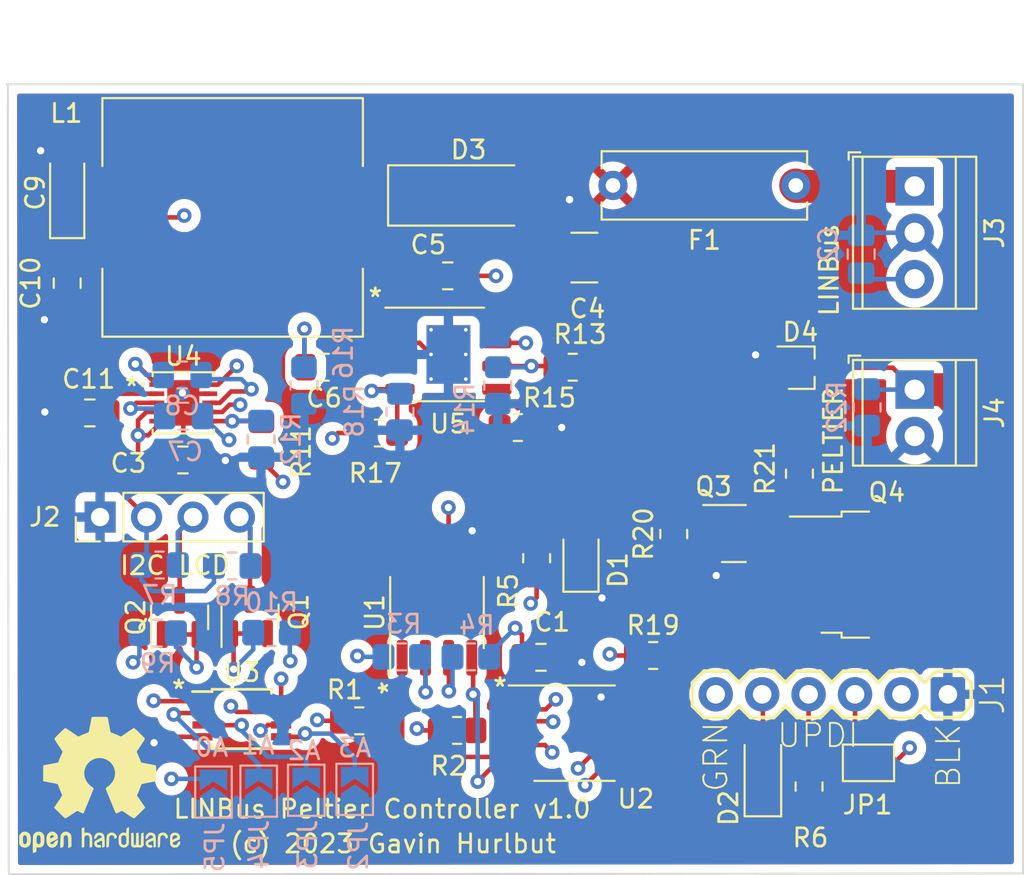
<source format=kicad_pcb>
(kicad_pcb (version 20211014) (generator pcbnew)
  (title_block (title "LINBus Peltier Controller") (date "2023-02-20") (rev "1.0") (company "Gavin Hurlbut"))
  (layers (0 "F.Cu" signal) (1 "In1.Cu" signal) (2 "In2.Cu" signal) (31 "B.Cu" signal) (34 "B.Paste" user) (35 "F.Paste" user) (36 "B.SilkS" user "B.Silkscreen") (37 "F.SilkS" user "F.Silkscreen") (38 "B.Mask" user) (39 "F.Mask" user) (44 "Edge.Cuts" user))
  (net 0 "")
  (net 1 "GND")
  (net 2 "+5V")
  (net 3 "Net-(C5-Pad1)")
  (net 4 "LIN")
  (net 5 "TXD")
  (net 6 "RXD")
  (net 7 "~{LIN_SLP}")
  (net 8 "~{LIN_WAKE}")
  (net 9 "Net-(C5-Pad2)")
  (net 10 "Net-(C6-Pad1)")
  (net 11 "Net-(C6-Pad2)")
  (net 12 "Net-(C7-Pad1)")
  (net 13 "Net-(C7-Pad2)")
  (net 14 "Net-(C8-Pad1)")
  (net 15 "Net-(C8-Pad2)")
  (net 16 "+12V")
  (net 17 "UPDI")
  (net 18 "+BATT")
  (net 20 "Net-(J1-Pad3)")
  (net 21 "SDA3V")
  (net 22 "SCL3V")
  (net 23 "+3V3")
  (net 24 "SCL5V")
  (net 25 "SDA5V")
  (net 26 "Net-(J1-Pad4)")
  (net 28 "Net-(R5-Pad1)")
  (net 29 "Net-(D1-Pad2)")
  (net 30 "Net-(D2-Pad1)")
  (net 31 "PELTIER+")
  (net 32 "Net-(R11-Pad2)")
  (net 33 "Net-(R13-Pad2)")
  (net 34 "Net-(R15-Pad1)")
  (net 35 "Net-(R17-Pad2)")
  (net 38 "~{RESET}")
  (net 39 "Net-(JP2-Pad2)")
  (net 40 "Net-(JP3-Pad2)")
  (net 41 "Net-(JP4-Pad2)")
  (net 42 "Net-(JP5-Pad2)")
  (net 44 "Net-(Q3-Pad1)")
  (net 45 "Net-(Q3-Pad3)")
  (net 46 "PELTIER_EN")
  (footprint "Resistor_SMD:R_0805_2012Metric_Pad1.20x1.40mm_HandSolder" (layer "F.Cu") (at 206 73.9 180)
    (fp_text reference "R13")
    (fp_text value "909k 1%")
  )
  (footprint "Capacitor_SMD:C_0805_2012Metric_Pad1.18x1.45mm_HandSolder" (layer "F.Cu") (at 178.35 69.3 -90)
    (fp_text reference "C10")
    (fp_text value "10uF")
  )
  (footprint "Resistor_SMD:R_0805_2012Metric_Pad1.20x1.40mm_HandSolder" (layer "F.Cu") (at 218.925 96.85 90)
    (fp_text reference "R6")
    (fp_text value "470R")
  )
  (footprint "Capacitor_THT:C_Rect_L11.0mm_W3.5mm_P10.00mm_MKT" (layer "F.Cu") (at 218.2 63.95 180)
    (fp_text reference "F1")
    (fp_text value "14A Polyfuse")
  )
  (footprint "Diode_SMD:D_SMA_Handsoldering" (layer "F.Cu") (at 200.3 64.5)
    (fp_text reference "D3")
    (fp_text value "BYS10-35")
  )
  (footprint "Resistor_SMD:R_0805_2012Metric_Pad1.20x1.40mm_HandSolder" (layer "F.Cu") (at 218.4 79.725 -90)
    (fp_text reference "R21")
    (fp_text value "10k")
  )
  (footprint "Capacitor_SMD:C_0805_2012Metric_Pad1.18x1.45mm_HandSolder" (layer "F.Cu") (at 179.5875 76.4 180)
    (fp_text reference "C11")
    (fp_text value "10uF")
  )
  (footprint "Capacitor_SMD:C_0805_2012Metric_Pad1.18x1.45mm_HandSolder" (layer "F.Cu") (at 199.1625 68.9 180)
    (fp_text reference "C5")
    (fp_text value "100nF")
  )
  (footprint "Capacitor_Tantalum_SMD:CP_EIA-3216-10_Kemet-I_Pad1.58x1.35mm_HandSolder" (layer "F.Cu") (at 178.35 64.35 90)
    (fp_text reference "C9")
    (fp_text value "100uF Ta 6V")
  )
  (footprint "Connector_PinHeader_2.54mm:PinHeader_1x04_P2.54mm_Vertical" (layer "F.Cu") (at 180.15 82.1 90)
    (fp_text reference "J2")
    (fp_text value "I2C LCD")
  )
  (footprint "Package_SO:SOIC-8_3.9x4.9mm_P1.27mm" (layer "F.Cu") (at 198.575 87.325 90)
    (fp_text reference "U1")
    (fp_text value "TJA1021T")
  )
  (footprint "Package_TO_SOT_SMD:SOT-23" (layer "F.Cu") (at 188.35 87.5375 90)
    (fp_text reference "Q1")
    (fp_text value "2N7002")
  )
  (footprint "Capacitor_SMD:C_0805_2012Metric_Pad1.18x1.45mm_HandSolder" (layer "F.Cu") (at 184.675 78.975)
    (fp_text reference "C3")
    (fp_text value "2.2uF")
  )
  (footprint "Package_SO:TSSOP-14_4.4x5mm_P0.65mm" (layer "F.Cu") (at 206.1 93.925)
    (fp_text reference "U2")
    (fp_text value "ATtiny824-X")
  )
  (footprint "Capacitor_SMD:C_0805_2012Metric_Pad1.18x1.45mm_HandSolder" (layer "F.Cu") (at 192.4 73.9 180)
    (fp_text reference "C6")
    (fp_text value "10nF")
  )
  (footprint "Capacitor_SMD:C_1210_3225Metric_Pad1.33x2.70mm_HandSolder" (layer "F.Cu") (at 206.6375 67.9 180)
    (fp_text reference "C4")
    (fp_text value "10uF 100V")
  )
  (footprint "Resistor_SMD:R_0805_2012Metric_Pad1.20x1.40mm_HandSolder" (layer "F.Cu") (at 194.325 93.25)
    (fp_text reference "R1")
    (fp_text value "10k")
  )
  (footprint "Capacitor_SMD:C_0805_2012Metric_Pad1.18x1.45mm_HandSolder" (layer "F.Cu") (at 204.2625 89.775 180)
    (fp_text reference "C1")
    (fp_text value "100nF")
  )
  (footprint "Resistor_SMD:R_0805_2012Metric_Pad1.20x1.40mm_HandSolder" (layer "F.Cu") (at 204.025 84.35 90)
    (fp_text reference "R5")
    (fp_text value "330")
  )
  (footprint "Package_SO:TSSOP-8_3x3mm_P0.65mm" (layer "F.Cu") (at 187.9 93.15)
    (fp_text reference "U3")
    (fp_text value "PCA9536DP")
  )
  (footprint "Resistor_SMD:R_0805_2012Metric_Pad1.20x1.40mm_HandSolder" (layer "F.Cu") (at 210.4 89.675)
    (fp_text reference "R19")
    (fp_text value "10k")
  )
  (footprint "Package_TO_SOT_SMD:SOT-323_SC-70" (layer "F.Cu") (at 218.5 73.925)
    (fp_text reference "D4")
    (fp_text value "BAT54SW")
  )
  (footprint "Resistor_SMD:R_0805_2012Metric_Pad1.20x1.40mm_HandSolder" (layer "F.Cu") (at 195.4 77.5)
    (fp_text reference "R17")
    (fp_text value "1k3")
  )
  (footprint "Beirdo:PM4346.333NLT" (layer "F.Cu") (at 187.3977 65.7 180)
    (fp_text reference "L1")
    (fp_text value "33uH 5A 88mOhm")
  )
  (footprint "Resistor_SMD:R_0805_2012Metric_Pad1.20x1.40mm_HandSolder" (layer "F.Cu") (at 188.975 77.9 90)
    (fp_text reference "R11")
    (fp_text value "357k 1%")
  )
  (footprint "TerminalBlock_TE-Connectivity:TerminalBlock_TE_282834-2_1x02_P2.54mm_Horizontal" (layer "F.Cu") (at 224.7 75.125 -90)
    (fp_text reference "J4")
    (fp_text value "PELTIER")
  )
  (footprint "Jumper:SolderJumper-2_P1.3mm_Open_TrianglePad1.0x1.5mm" (layer "F.Cu") (at 222.175 95.55)
    (fp_text reference "JP1")
    (fp_text value "Solder Jumper")
  )
  (footprint "LED_SMD:LED_0805_2012Metric_Pad1.15x1.40mm_HandSolder" (layer "F.Cu") (at 206.45 84.325 90)
    (fp_text reference "D1")
    (fp_text value "LED")
  )
  (footprint "Diode_SMD:D_SOD-123" (layer "F.Cu") (at 216.4 96.225 90)
    (fp_text reference "D2")
    (fp_text value "BAT42W-V")
  )
  (footprint "Package_SO:HTSOP-8-1EP_3.9x4.9mm_P1.27mm_EP2.4x3.2mm_ThermalVias" (layer "F.Cu") (at 199.2 73.2)
    (fp_text reference "U5")
    (fp_text value "BD9G341EFJ")
  )
  (footprint "Package_TO_SOT_SMD:SOT-23" (layer "F.Cu") (at 214.8125 83)
    (fp_text reference "Q3")
    (fp_text value "2N7002")
  )
  (footprint "Package_TO_SOT_SMD:TO-252-2" (layer "F.Cu") (at 223.175 85.25)
    (fp_text reference "Q4")
    (fp_text value "SUD50P04-08")
  )
  (footprint "TerminalBlock_TE-Connectivity:TerminalBlock_TE_282834-3_1x03_P2.54mm_Horizontal" (layer "F.Cu") (at 224.7 64 -90)
    (fp_text reference "J3")
    (fp_text value "LINBus")
  )
  (footprint "Resistor_SMD:R_0805_2012Metric_Pad1.20x1.40mm_HandSolder" (layer "F.Cu") (at 211.525 83.025 90)
    (fp_text reference "R20")
    (fp_text value "10R")
  )
  (footprint "UltraLibrarian:LTC3203BEDD-PBF" (layer "F.Cu") (at 184.7 75.85)
    (fp_text reference "U4")
    (fp_text value "LTC3203BEDD-PBF")
  )
  (footprint "Package_TO_SOT_SMD:SOT-23" (layer "F.Cu") (at 184.5 87.5875 90)
    (fp_text reference "Q2")
    (fp_text value "2N7002")
  )
  (footprint "Resistor_SMD:R_0805_2012Metric_Pad1.20x1.40mm_HandSolder" (layer "F.Cu") (at 203 77.2)
    (fp_text reference "R15")
    (fp_text value "47k")
  )
  (footprint "Resistor_SMD:R_0805_2012Metric_Pad1.20x1.40mm_HandSolder" (layer "F.Cu") (at 199.675 93.775)
    (fp_text reference "R2")
    (fp_text value "10k")
  )
  (footprint "Symbol:OSHW-Logo2_9.8x8mm_SilkScreen" (layer "F.Cu") (at 180.125 96.75)
    (fp_text reference "REF**" hide)
    (fp_text value "OSHW-Logo2_9.8x8mm_SilkScreen" hide)
  )
  (footprint "Beirdo:FTDI_BASIC" (layer "F.Cu") (at 226.52 91.8 180)
    (fp_text reference "J1")
    (fp_text value "UPDI")
  )
  (footprint "Resistor_SMD:R_0805_2012Metric_Pad1.20x1.40mm_HandSolder" (layer "B.Cu") (at 196.65 89.75)
    (fp_text reference "R3")
    (fp_text value "10k")
  )
  (footprint "Resistor_SMD:R_0805_2012Metric_Pad1.20x1.40mm_HandSolder" (layer "B.Cu") (at 196.55 76.35 -90)
    (fp_text reference "R18")
    (fp_text value "560R")
  )
  (footprint "Jumper:SolderJumper-2_P1.3mm_Open_TrianglePad1.0x1.5mm" (layer "B.Cu") (at 194.075 97 90)
    (fp_text reference "JP2")
    (fp_text value "A3")
  )
  (footprint "Resistor_SMD:R_0805_2012Metric_Pad1.20x1.40mm_HandSolder" (layer "B.Cu") (at 183.4 84.725)
    (fp_text reference "R7")
    (fp_text value "10k")
  )
  (footprint "Jumper:SolderJumper-2_P1.3mm_Open_TrianglePad1.0x1.5mm" (layer "B.Cu") (at 186.35 97.15 90)
    (fp_text reference "JP5")
    (fp_text value "A0")
  )
  (footprint "Resistor_SMD:R_0805_2012Metric_Pad1.20x1.40mm_HandSolder" (layer "B.Cu") (at 200.425 89.75 180)
    (fp_text reference "R4")
    (fp_text value "10k")
  )
  (footprint "Capacitor_SMD:C_0805_2012Metric_Pad1.18x1.45mm_HandSolder" (layer "B.Cu") (at 221.775 67.7125 90)
    (fp_text reference "C2")
    (fp_text value "220pF")
  )
  (footprint "Resistor_SMD:R_0805_2012Metric_Pad1.20x1.40mm_HandSolder" (layer "B.Cu") (at 201.9 74.9 -90)
    (fp_text reference "R14")
    (fp_text value "324k 1%")
  )
  (footprint "Resistor_SMD:R_0805_2012Metric_Pad1.20x1.40mm_HandSolder" (layer "B.Cu") (at 187.375 84.775)
    (fp_text reference "R8")
    (fp_text value "10k")
  )
  (footprint "Resistor_SMD:R_0805_2012Metric_Pad1.20x1.40mm_HandSolder" (layer "B.Cu") (at 183.3 88.45)
    (fp_text reference "R9")
    (fp_text value "10k")
  )
  (footprint "Resistor_SMD:R_0805_2012Metric_Pad1.20x1.40mm_HandSolder" (layer "B.Cu") (at 188.95 77.825 90)
    (fp_text reference "R12")
    (fp_text value "100k 1%")
  )
  (footprint "Resistor_SMD:R_0805_2012Metric_Pad1.20x1.40mm_HandSolder" (layer "B.Cu") (at 191.3 74.9 -90)
    (fp_text reference "R16")
    (fp_text value "6k2")
  )
  (footprint "Resistor_SMD:R_0805_2012Metric_Pad1.20x1.40mm_HandSolder" (layer "B.Cu") (at 189.525 88.425 180)
    (fp_text reference "R10")
    (fp_text value "10k")
  )
  (footprint "Capacitor_SMD:C_0805_2012Metric_Pad1.18x1.45mm_HandSolder" (layer "B.Cu") (at 184.7125 76.575 180)
    (fp_text reference "C7")
    (fp_text value "2.2uF")
  )
  (footprint "Capacitor_SMD:C_0805_2012Metric_Pad1.18x1.45mm_HandSolder" (layer "B.Cu") (at 184.6375 74.325)
    (fp_text reference "C8")
    (fp_text value "2.2uF")
  )
  (footprint "Resistor_SMD:R_0805_2012Metric_Pad1.20x1.40mm_HandSolder" (layer "B.Cu") (at 222.1 76.1 -90)
    (fp_text reference "R22")
    (fp_text value "10R")
  )
  (footprint "Jumper:SolderJumper-2_P1.3mm_Open_TrianglePad1.0x1.5mm" (layer "B.Cu") (at 188.825 97.1 90)
    (fp_text reference "JP4")
    (fp_text value "A1")
  )
  (footprint "Jumper:SolderJumper-2_P1.3mm_Open_TrianglePad1.0x1.5mm" (layer "B.Cu") (at 191.425 97.05 90)
    (fp_text reference "JP3")
    (fp_text value "A2")
  )
  (gr_line (start 175.15 101.55) (end 175.1 58.45) (layer "Edge.Cuts") (width 0.1))
  (gr_line (start 230.632 101.6) (end 175.175 101.65) (layer "Edge.Cuts") (width 0.1))
  (gr_line (start 175.05 58.42) (end 230.632 58.42) (layer "Edge.Cuts") (width 0.1))
  (gr_line (start 230.632 58.42) (end 230.632 101.6) (layer "Edge.Cuts") (width 0.1))
  (gr_text "LINBus Peltier Controller v1.0" (at 195.575 98.075) (layer "F.SilkS") (effects (font (size 1 1))))
  (gr_text "LINBus" (at 220.025 68.575 90) (layer "F.SilkS") (effects (font (size 1 1))))
  (gr_text "I2C LCD" (at 184.25 84.75) (layer "F.SilkS") (effects (font (size 1 1))))
  (gr_text "(c) 2023 Gavin Hurlbut" (at 196.175 99.975) (layer "F.SilkS") (effects (font (size 1 1))))
  (segment (start 185.75 94.125) (end 183.425 94.125) (width 0.25) (layer "F.Cu") (net 1))
  (segment (start 184.7 77.775) (end 184.7 75.85) (width 0.25) (layer "F.Cu") (net 1))
  (segment (start 186.1478 75.350001) (end 185.199999 75.350001) (width 0.25) (layer "F.Cu") (net 1))
  (segment (start 185.7125 78.975) (end 186.975 78.975) (width 0.25) (layer "F.Cu") (net 1))
  (segment (start 204 77.2) (end 205.4 77.2) (width 0.25) (layer "F.Cu") (net 1))
  (segment (start 208.9875 91.975) (end 207.575 91.975) (width 0.25) (layer "F.Cu") (net 1))
  (segment (start 177.175 76.4) (end 177.125 76.35) (width 0.25) (layer "F.Cu") (net 1))
  (segment (start 216.05 73.275) (end 216 73.225) (width 0.25) (layer "F.Cu") (net 1))
  (segment (start 178.0625 70.3375) (end 177.1 71.3) (width 0.25) (layer "F.Cu") (net 1))
  (segment (start 213.875 83.95) (end 213.875 85.275) (width 0.25) (layer "F.Cu") (net 1))
  (segment (start 183.425 94.125) (end 183.1 94.45) (width 0.25) (layer "F.Cu") (net 1))
  (segment (start 184.7 75.85) (end 184.7 75.350066) (width 0.25) (layer "F.Cu") (net 1))
  (segment (start 177.7625 62.9125) (end 176.9 62.05) (width 0.25) (layer "F.Cu") (net 1))
  (segment (start 200.48 84.85) (end 200.48 82.87) (width 0.25) (layer "F.Cu") (net 1))
  (segment (start 184.7 75.350066) (end 184.652903 75.302969) (width 0.25) (layer "F.Cu") (net 1))
  (segment (start 178.35 70.3375) (end 178.0625 70.3375) (width 0.25) (layer "F.Cu") (net 1))
  (segment (start 206.225 89.775) (end 205.3 89.775) (width 0.25) (layer "F.Cu") (net 1))
  (segment (start 196.55 72.565) (end 197.615 72.565) (width 0.25) (layer "F.Cu") (net 1))
  (segment (start 205.825 64.725) (end 205.825 65.375) (width 0.25) (layer "F.Cu") (net 1))
  (segment (start 217.5 73.275) (end 216.05 73.275) (width 0.25) (layer "F.Cu") (net 1))
  (segment (start 203.025 64.725) (end 202.8 64.5) (width 0.25) (layer "F.Cu") (net 1))
  (segment (start 207.575 91.975) (end 207.55 91.95) (width 0.25) (layer "F.Cu") (net 1))
  (segment (start 185.7125 78.7875) (end 184.7 77.775) (width 0.25) (layer "F.Cu") (net 1))
  (segment (start 185.7125 78.975) (end 185.7125 78.7875) (width 0.25) (layer "F.Cu") (net 1))
  (segment (start 178.55 76.4) (end 177.175 76.4) (width 0.25) (layer "F.Cu") (net 1))
  (segment (start 205.825 65.375) (end 205.075 66.125) (width 0.25) (layer "F.Cu") (net 1))
  (segment (start 213.875 85.275) (end 213.85 85.3) (width 0.25) (layer "F.Cu") (net 1))
  (segment (start 205.825 64.725) (end 203.025 64.725) (width 0.25) (layer "F.Cu") (net 1))
  (segment (start 205.075 66.125) (end 205.075 67.9) (width 0.25) (layer "F.Cu") (net 1))
  (segment (start 206.5 90.05) (end 206.225 89.775) (width 0.25) (layer "F.Cu") (net 1))
  (segment (start 185.199999 75.350001) (end 184.7 75.85) (width 0.25) (layer "F.Cu") (net 1))
  (segment (start 197.615 72.565) (end 198.25 73.2) (width 0.25) (layer "F.Cu") (net 1))
  (segment (start 206.45 85.35) (end 206.45 85.375) (width 0.25) (layer "F.Cu") (net 1))
  (segment (start 186.975 78.975) (end 187 79) (width 0.25) (layer "F.Cu") (net 1))
  (segment (start 178.35 62.9125) (end 177.7625 62.9125) (width 0.25) (layer "F.Cu") (net 1))
  (segment (start 200.48 82.87) (end 200.5 82.85) (width 0.25) (layer "F.Cu") (net 1))
  (segment (start 206.45 85.375) (end 207.6 86.525) (width 0.25) (layer "F.Cu") (net 1))
  (via (at 205.825 64.725) (size 0.8) (drill 0.4) (layers "F.Cu" "B.Cu") (net 1))
  (via (at 184.652903 75.302969) (size 0.8) (drill 0.4) (layers "F.Cu" "B.Cu") (net 1))
  (via (at 205.825 64.725) (size 0.8) (drill 0.4) (layers "F.Cu" "B.Cu") (net 1))
  (via (at 177.1 71.3) (size 0.8) (drill 0.4) (layers "F.Cu" "B.Cu") (net 1))
  (via (at 205.4 77.2) (size 0.8) (drill 0.4) (layers "F.Cu" "B.Cu") (net 1))
  (via (at 176.9 62.05) (size 0.8) (drill 0.4) (layers "F.Cu" "B.Cu") (net 1))
  (via (at 177.125 76.35) (size 0.8) (drill 0.4) (layers "F.Cu" "B.Cu") (net 1))
  (via (at 207.55 91.95) (size 0.8) (drill 0.4) (layers "F.Cu" "B.Cu") (net 1))
  (via (at 213.85 85.3) (size 0.8) (drill 0.4) (layers "F.Cu" "B.Cu") (net 1))
  (via (at 183.1 94.45) (size 0.8) (drill 0.4) (layers "F.Cu" "B.Cu") (net 1))
  (via (at 200.5 82.85) (size 0.8) (drill 0.4) (layers "F.Cu" "B.Cu") (net 1))
  (via (at 216 73.225) (size 0.8) (drill 0.4) (layers "F.Cu" "B.Cu") (net 1))
  (via (at 187 79) (size 0.8) (drill 0.4) (layers "F.Cu" "B.Cu") (net 1))
  (via (at 207.6 86.525) (size 0.8) (drill 0.4) (layers "F.Cu" "B.Cu") (net 1))
  (via (at 206.5 90.05) (size 0.8) (drill 0.4) (layers "F.Cu" "B.Cu") (net 1))
  (segment (start 221.775 66.675) (end 221.91 66.54) (width 0.25) (layer "B.Cu") (net 1))
  (segment (start 221.91 66.54) (end 224.7 66.54) (width 0.25) (layer "B.Cu") (net 1))
  (segment (start 180.475 75.775) (end 180.475 76.25) (width 0.25) (layer "F.Cu") (net 2))
  (segment (start 180.899999 75.350001) (end 180.475 75.775) (width 0.25) (layer "F.Cu") (net 2))
  (segment (start 180.625 76.4) (end 180.625 80.035) (width 0.25) (layer "F.Cu") (net 2))
  (segment (start 180.625 80.035) (end 182.69 82.1) (width 0.25) (layer "F.Cu") (net 2))
  (segment (start 183.2522 75.350001) (end 180.899999 75.350001) (width 0.25) (layer "F.Cu") (net 2))
  (segment (start 185.9 86.15) (end 183 86.15) (width 0.25) (layer "B.Cu") (net 2))
  (segment (start 186.375 84.775) (end 186.375 85.675) (width 0.25) (layer "B.Cu") (net 2))
  (segment (start 183 86.15) (end 182.4 85.55) (width 0.25) (layer "B.Cu") (net 2))
  (segment (start 186.375 85.675) (end 185.9 86.15) (width 0.25) (layer "B.Cu") (net 2))
  (segment (start 182.4 85.55) (end 182.4 84.725) (width 0.25) (layer "B.Cu") (net 2))
  (segment (start 182.4 84.725) (end 182.69 84.435) (width 0.25) (layer "B.Cu") (net 2))
  (segment (start 182.69 84.435) (end 182.69 82.1) (width 0.25) (layer "B.Cu") (net 2))
  (segment (start 200.2 68.9) (end 201.8 68.9) (width 0.25) (layer "F.Cu") (net 3))
  (segment (start 203.435 72.565) (end 201.85 72.565) (width 0.25) (layer "F.Cu") (net 3))
  (via (at 203.435 72.565) (size 0.8) (drill 0.4) (layers "F.Cu" "B.Cu") (net 3))
  (via (at 201.8 68.9) (size 0.8) (drill 0.4) (layers "F.Cu" "B.Cu") (net 3))
  (segment (start 199.21 84.85) (end 199.21 81.585) (width 0.25) (layer "F.Cu") (net 4))
  (segment (start 199.21 81.585) (end 199.2 81.575) (width 0.25) (layer "F.Cu") (net 4))
  (via (at 199.2 81.575) (size 0.8) (drill 0.4) (layers "F.Cu" "B.Cu") (net 4))
  (segment (start 222.105 69.08) (end 224.7 69.08) (width 0.25) (layer "B.Cu") (net 4))
  (segment (start 221.775 68.75) (end 222.105 69.08) (width 0.25) (layer "B.Cu") (net 4))
  (segment (start 200.55 91.8) (end 200.55 89.87) (width 0.25) (layer "F.Cu") (net 5))
  (segment (start 200.675 91.925) (end 200.675 93.775) (width 0.25) (layer "F.Cu") (net 5))
  (segment (start 201.5 95.875) (end 200.8 96.575) (width 0.25) (layer "F.Cu") (net 5))
  (segment (start 203.2625 95.875) (end 201.5 95.875) (width 0.25) (layer "F.Cu") (net 5))
  (segment (start 200.55 91.8) (end 200.675 91.925) (width 0.25) (layer "F.Cu") (net 5))
  (segment (start 200.55 89.87) (end 200.48 89.8) (width 0.25) (layer "F.Cu") (net 5))
  (via (at 200.8 96.575) (size 0.8) (drill 0.4) (layers "F.Cu" "B.Cu") (net 5))
  (via (at 200.55 91.8) (size 0.8) (drill 0.4) (layers "F.Cu" "B.Cu") (net 5))
  (segment (start 200.55 91.8) (end 200.8 92.05) (width 0.25) (layer "B.Cu") (net 5))
  (segment (start 200.8 92.05) (end 200.8 96.575) (width 0.25) (layer "B.Cu") (net 5))
  (segment (start 196.67 93.13) (end 196.67 89.8) (width 0.25) (layer "F.Cu") (net 6))
  (segment (start 196.55 93.25) (end 196.67 93.13) (width 0.25) (layer "F.Cu") (net 6))
  (segment (start 197.45 95.225) (end 196.67 94.445) (width 0.25) (layer "F.Cu") (net 6))
  (segment (start 203.2625 95.225) (end 197.45 95.225) (width 0.25) (layer "F.Cu") (net 6))
  (segment (start 195.325 93.25) (end 196.55 93.25) (width 0.25) (layer "F.Cu") (net 6))
  (segment (start 196.67 94.445) (end 196.67 93.13) (width 0.25) (layer "F.Cu") (net 6))
  (segment (start 197.95 91.675) (end 197.94 91.665) (width 0.25) (layer "F.Cu") (net 7))
  (segment (start 197.94 91.665) (end 197.94 89.8) (width 0.25) (layer "F.Cu") (net 7))
  (segment (start 203.2625 92.625) (end 204.525 92.625) (width 0.25) (layer "F.Cu") (net 7))
  (segment (start 204.525 92.625) (end 205.075 92.075) (width 0.25) (layer "F.Cu") (net 7))
  (segment (start 205.075 92.075) (end 205.325305 92.075) (width 0.25) (layer "F.Cu") (net 7))
  (via (at 197.95 91.675) (size 0.8) (drill 0.4) (layers "F.Cu" "B.Cu") (net 7))
  (via (at 205.075 92.075) (size 0.8) (drill 0.4) (layers "F.Cu" "B.Cu") (net 7))
  (segment (start 197.95 90.05) (end 197.65 89.75) (width 0.25) (layer "B.Cu") (net 7))
  (segment (start 197.95 91.675) (end 197.95 90.05) (width 0.25) (layer "B.Cu") (net 7))
  (segment (start 199.225 91.625) (end 199.225 89.815) (width 0.25) (layer "F.Cu") (net 8))
  (segment (start 203.2375 93.275) (end 204.9 93.275) (width 0.25) (layer "F.Cu") (net 8))
  (segment (start 199.225 89.815) (end 199.21 89.8) (width 0.25) (layer "F.Cu") (net 8))
  (segment (start 204.9 93.275) (end 204.925 93.3) (width 0.25) (layer "F.Cu") (net 8))
  (via (at 204.925 93.3) (size 0.8) (drill 0.4) (layers "F.Cu" "B.Cu") (net 8))
  (via (at 199.225 91.625) (size 0.8) (drill 0.4) (layers "F.Cu" "B.Cu") (net 8))
  (segment (start 199.425 91.425) (end 199.425 89.75) (width 0.25) (layer "B.Cu") (net 8))
  (segment (start 199.225 91.625) (end 199.425 91.425) (width 0.25) (layer "B.Cu") (net 8))
  (segment (start 193.1 65.7) (end 194.3 64.5) (width 0.25) (layer "F.Cu") (net 9))
  (segment (start 198.125 64.825) (end 197.8 64.5) (width 0.25) (layer "F.Cu") (net 9))
  (segment (start 196.55 69.45) (end 197.1 68.9) (width 0.25) (layer "F.Cu") (net 9))
  (segment (start 196.55 71.295) (end 196.55 69.45) (width 0.25) (layer "F.Cu") (net 9))
  (segment (start 194.3 64.5) (end 197.8 64.5) (width 0.25) (layer "F.Cu") (net 9))
  (segment (start 198.125 68.9) (end 198.125 64.825) (width 0.25) (layer "F.Cu") (net 9))
  (segment (start 197.1 68.9) (end 198.125 68.9) (width 0.25) (layer "F.Cu") (net 9))
  (segment (start 196.55 73.835) (end 193.5025 73.835) (width 0.25) (layer "F.Cu") (net 10))
  (segment (start 193.5025 73.835) (end 193.4375 73.9) (width 0.25) (layer "F.Cu") (net 10))
  (segment (start 191.325 71.8) (end 191.325 73.8625) (width 0.25) (layer "F.Cu") (net 11))
  (segment (start 191.325 73.8625) (end 191.3625 73.9) (width 0.25) (layer "F.Cu") (net 11))
  (via (at 191.325 71.8) (size 0.8) (drill 0.4) (layers "F.Cu" "B.Cu") (net 11))
  (segment (start 191.325 71.8) (end 191.325 73.875) (width 0.25) (layer "B.Cu") (net 11))
  (segment (start 191.325 73.875) (end 191.3 73.9) (width 0.25) (layer "B.Cu") (net 11))
  (segment (start 186.1478 74.849999) (end 186.600501 74.849999) (width 0.25) (layer "F.Cu") (net 12))
  (segment (start 186.600501 74.849999) (end 187.625 73.8255) (width 0.25) (layer "F.Cu") (net 12))
  (via (at 187.2 77.875) (size 0.8) (drill 0.4) (layers "F.Cu" "B.Cu") (net 12))
  (via (at 187.625 73.8255) (size 0.8) (drill 0.4) (layers "F.Cu" "B.Cu") (net 12))
  (segment (start 187.2 77.875) (end 187.05 77.875) (width 0.25) (layer "B.Cu") (net 12))
  (segment (start 187.05 77.875) (end 185.75 76.575) (width 0.25) (layer "B.Cu") (net 12))
  (segment (start 183.2522 75.85) (end 182.124529 75.85) (width 0.25) (layer "F.Cu") (net 13))
  (segment (start 182.124529 75.85) (end 181.812 76.162529) (width 0.25) (layer "F.Cu") (net 13))
  (via (at 181.812 76.162529) (size 0.8) (drill 0.4) (layers "F.Cu" "B.Cu") (net 13))
  (segment (start 183.262529 76.162529) (end 183.675 76.575) (width 0.25) (layer "B.Cu") (net 13))
  (segment (start 181.812 76.162529) (end 183.262529 76.162529) (width 0.25) (layer "B.Cu") (net 13))
  (segment (start 182.075 73.725) (end 182.127201 73.725) (width 0.25) (layer "F.Cu") (net 14))
  (segment (start 182.127201 73.725) (end 183.2522 74.849999) (width 0.25) (layer "F.Cu") (net 14))
  (via (at 182.075 73.725) (size 0.8) (drill 0.4) (layers "F.Cu" "B.Cu") (net 14))
  (segment (start 182.675 74.325) (end 183.6 74.325) (width 0.25) (layer "B.Cu") (net 14))
  (segment (start 182.075 73.725) (end 182.675 74.325) (width 0.25) (layer "B.Cu") (net 14))
  (segment (start 188.425 75.1) (end 188.299911 75.225089) (width 0.25) (layer "F.Cu") (net 15))
  (segment (start 188.299911 75.225089) (end 187.319715 75.225089) (width 0.25) (layer "F.Cu") (net 15))
  (segment (start 187.319715 75.225089) (end 186.694804 75.85) (width 0.25) (layer "F.Cu") (net 15))
  (segment (start 186.694804 75.85) (end 186.1478 75.85) (width 0.25) (layer "F.Cu") (net 15))
  (via (at 188.425 75.1) (size 0.8) (drill 0.4) (layers "F.Cu" "B.Cu") (net 15))
  (segment (start 187.875 74.55) (end 185.9 74.55) (width 0.25) (layer "B.Cu") (net 15))
  (segment (start 188.425 75.1) (end 187.875 74.55) (width 0.25) (layer "B.Cu") (net 15))
  (segment (start 185.9 74.55) (end 185.675 74.325) (width 0.25) (layer "B.Cu") (net 15))
  (segment (start 216.4 91.84) (end 216.36 91.8) (width 0.25) (layer "F.Cu") (net 17))
  (segment (start 216.4 94.575) (end 216.4 91.84) (width 0.25) (layer "F.Cu") (net 17))
  (segment (start 208.9875 94.575) (end 216.4 94.575) (width 0.25) (layer "F.Cu") (net 17))
  (segment (start 218.275 64) (end 218.15 63.875) (width 0.25) (layer "F.Cu") (net 18))
  (segment (start 218.2 63.95) (end 218.2 63.925) (width 1.8) (layer "F.Cu") (net 18))
  (segment (start 218.25 64) (end 218.2 63.95) (width 1.8) (layer "F.Cu") (net 18))
  (segment (start 224.7 64) (end 218.25 64) (width 1.8) (layer "F.Cu") (net 18))
  (segment (start 218.275 64) (end 218.2 63.925) (width 0.25) (layer "F.Cu") (net 18))
  (segment (start 221.44 95.54) (end 221.44 91.8) (width 0.25) (layer "F.Cu") (net 20))
  (segment (start 221.45 95.55) (end 221.44 95.54) (width 0.25) (layer "F.Cu") (net 20))
  (segment (start 185.425 88.55) (end 185.45 88.525) (width 0.25) (layer "F.Cu") (net 21))
  (segment (start 187.612701 92.762701) (end 187.3 92.45) (width 0.25) (layer "F.Cu") (net 21))
  (segment (start 208.9875 95.875) (end 207.575 95.875) (width 0.25) (layer "F.Cu") (net 21))
  (segment (start 207.575 95.875) (end 206.675 96.775) (width 0.25) (layer "F.Cu") (net 21))
  (segment (start 189.987701 92.762701) (end 187.612701 92.762701) (width 0.25) (layer "F.Cu") (net 21))
  (segment (start 185.45 88.525) (end 183.55 88.525) (width 0.25) (layer "F.Cu") (net 21))
  (segment (start 185.425 90.325) (end 185.425 88.55) (width 0.25) (layer "F.Cu") (net 21))
  (segment (start 190.05 92.825) (end 189.987701 92.762701) (width 0.25) (layer "F.Cu") (net 21))
  (via (at 187.3 92.45) (size 0.8) (drill 0.4) (layers "F.Cu" "B.Cu") (net 21))
  (via (at 206.675 96.775) (size 0.8) (drill 0.4) (layers "F.Cu" "B.Cu") (net 21))
  (via (at 185.425 90.325) (size 0.8) (drill 0.4) (layers "F.Cu" "B.Cu") (net 21))
  (segment (start 184.3 88.45) (end 184.3 89.2) (width 0.25) (layer "B.Cu") (net 21))
  (segment (start 184.3 89.2) (end 185.425 90.325) (width 0.25) (layer "B.Cu") (net 21))
  (segment (start 189 93.8) (end 188.9796 93.7796) (width 0.25) (layer "F.Cu") (net 22))
  (segment (start 188.9796 93.7796) (end 188.918398 93.7796) (width 0.25) (layer "F.Cu") (net 22))
  (segment (start 187.45 88.525) (end 187.4 88.475) (width 0.25) (layer "F.Cu") (net 22))
  (segment (start 190.05 93.475) (end 189.325 93.475) (width 0.25) (layer "F.Cu") (net 22))
  (segment (start 189.325 93.475) (end 189 93.8) (width 0.25) (layer "F.Cu") (net 22))
  (segment (start 187.4 88.475) (end 189.3 88.475) (width 0.25) (layer "F.Cu") (net 22))
  (segment (start 208.9875 95.225) (end 206.917958 95.225) (width 0.25) (layer "F.Cu") (net 22))
  (segment (start 206.917958 95.225) (end 206.290576 95.852382) (width 0.25) (layer "F.Cu") (net 22))
  (segment (start 187.45 90.425) (end 187.45 88.525) (width 0.25) (layer "F.Cu") (net 22))
  (via (at 206.290576 95.852382) (size 0.8) (drill 0.4) (layers "F.Cu" "B.Cu") (net 22))
  (via (at 187.45 90.425) (size 0.8) (drill 0.4) (layers "F.Cu" "B.Cu") (net 22))
  (via (at 188.918398 93.7796) (size 0.8) (drill 0.4) (layers "F.Cu" "B.Cu") (net 22))
  (segment (start 188.525 88.425) (end 188.525 89.35) (width 0.25) (layer "B.Cu") (net 22))
  (segment (start 188.525 89.35) (end 187.45 90.425) (width 0.25) (layer "B.Cu") (net 22))
  (segment (start 182.225 77.625) (end 182.775 77.625) (width 0.25) (layer "F.Cu") (net 23))
  (segment (start 194.4 77.5) (end 193.15 77.5) (width 0.25) (layer "F.Cu") (net 23))
  (segment (start 182.225 78.55) (end 182.65 78.975) (width 0.25) (layer "F.Cu") (net 23))
  (segment (start 223.6 95.55) (end 224.425 94.725) (width 0.25) (layer "F.Cu") (net 23))
  (segment (start 186.831201 76.349999) (end 187.231111 75.950089) (width 0.25) (layer "F.Cu") (net 23))
  (segment (start 178.4375 65.7) (end 181.6954 65.7) (width 0.25) (layer "F.Cu") (net 23))
  (segment (start 198.675 93.775) (end 197.575 93.775) (width 0.25) (layer "F.Cu") (net 23))
  (segment (start 203.225 89.775) (end 203.225 91.9375) (width 0.25) (layer "F.Cu") (net 23))
  (segment (start 182.225 77.625) (end 182.225 78.55) (width 0.25) (layer "F.Cu") (net 23))
  (segment (start 187.231111 75.950089) (end 187.809929 75.950089) (width 0.25) (layer "F.Cu") (net 23))
  (segment (start 178.35 68.2625) (end 178.35 65.7875) (width 0.25) (layer "F.Cu") (net 23))
  (segment (start 192.075 93.25) (end 192.025 93.2) (width 0.25) (layer "F.Cu") (net 23))
  (segment (start 182.225 77.625) (end 182.225 76.8) (width 0.25) (layer "F.Cu") (net 23))
  (segment (start 188.975 79) (end 190.15 80.175) (width 0.25) (layer "F.Cu") (net 23))
  (segment (start 203.225 89.775) (end 203.225 88.55) (width 0.25) (layer "F.Cu") (net 23))
  (segment (start 183.2522 77.1478) (end 183.2522 76.850001) (width 0.25) (layer "F.Cu") (net 23))
  (segment (start 203.225 91.9375) (end 203.2625 91.975) (width 0.25) (layer "F.Cu") (net 23))
  (segment (start 203.225 88.55) (end 202.85 88.175) (width 0.25) (layer "F.Cu") (net 23))
  (segment (start 184.65 65.7) (end 184.75 65.6) (width 0.25) (layer "F.Cu") (net 23))
  (segment (start 197.575 93.775) (end 197.475 93.675) (width 0.25) (layer "F.Cu") (net 23))
  (segment (start 182.775 77.625) (end 183.2522 77.1478) (width 0.25) (layer "F.Cu") (net 23))
  (segment (start 181.6954 65.7) (end 184.65 65.7) (width 0.25) (layer "F.Cu") (net 23))
  (segment (start 188.975 78.9) (end 188.975 79) (width 0.25) (layer "F.Cu") (net 23))
  (segment (start 182.225 76.8) (end 182.675001 76.349999) (width 0.25) (layer "F.Cu") (net 23))
  (segment (start 208.1 89.675) (end 208.025 89.6) (width 0.25) (layer "F.Cu") (net 23))
  (segment (start 182.675001 76.349999) (end 183.2522 76.349999) (width 0.25) (layer "F.Cu") (net 23))
  (segment (start 193.325 93.25) (end 192.075 93.25) (width 0.25) (layer "F.Cu") (net 23))
  (segment (start 209.4 89.675) (end 208.1 89.675) (width 0.25) (layer "F.Cu") (net 23))
  (segment (start 178.35 65.7875) (end 178.4375 65.7) (width 0.25) (layer "F.Cu") (net 23))
  (segment (start 193.15 77.5) (end 192.85 77.8) (width 0.25) (layer "F.Cu") (net 23))
  (segment (start 190.05 92.175) (end 190.05 90.95) (width 0.25) (layer "F.Cu") (net 23))
  (segment (start 182.65 78.975) (end 183.6375 78.975) (width 0.25) (layer "F.Cu") (net 23))
  (segment (start 186.1478 76.349999) (end 186.831201 76.349999) (width 0.25) (layer "F.Cu") (net 23))
  (segment (start 222.9 95.55) (end 223.6 95.55) (width 0.25) (layer "F.Cu") (net 23))
  (via (at 194.225 89.7) (size 0.8) (drill 0.4) (layers "F.Cu" "B.Cu") (net 23))
  (via (at 197.475 93.675) (size 0.8) (drill 0.4) (layers "F.Cu" "B.Cu") (net 23))
  (via (at 208.025 89.6) (size 0.8) (drill 0.4) (layers "F.Cu" "B.Cu") (net 23))
  (via (at 192.85 77.8) (size 0.8) (drill 0.4) (layers "F.Cu" "B.Cu") (net 23))
  (via (at 184.75 65.6) (size 0.8) (drill 0.4) (layers "F.Cu" "B.Cu") (net 23))
  (via (at 190.05 90.95) (size 0.8) (drill 0.4) (layers "F.Cu" "B.Cu") (net 23))
  (via (at 202.85 88.175) (size 0.8) (drill 0.4) (layers "F.Cu" "B.Cu") (net 23))
  (via (at 187.809929 75.950089) (size 0.8) (drill 0.4) (layers "F.Cu" "B.Cu") (net 23))
  (via (at 192.025 93.2) (size 0.8) (drill 0.4) (layers "F.Cu" "B.Cu") (net 23))
  (via (at 224.425 94.725) (size 0.8) (drill 0.4) (layers "F.Cu" "B.Cu") (net 23))
  (via (at 181.95 90.05) (size 0.8) (drill 0.4) (layers "F.Cu" "B.Cu") (net 23))
  (via (at 190.15 80.175) (size 0.8) (drill 0.4) (layers "F.Cu" "B.Cu") (net 23))
  (via (at 190.55 89.975) (size 0.8) (drill 0.4) (layers "F.Cu" "B.Cu") (net 23))
  (via (at 182.225 77.625) (size 0.8) (drill 0.4) (layers "F.Cu" "B.Cu") (net 23))
  (segment (start 182.3 89.7) (end 181.95 90.05) (width 0.25) (layer "B.Cu") (net 23))
  (segment (start 201.425 89.75) (end 201.425 89.6) (width 0.25) (layer "B.Cu") (net 23))
  (segment (start 190.525 88.425) (end 190.525 89.95) (width 0.25) (layer "B.Cu") (net 23))
  (segment (start 201.425 89.6) (end 202.85 88.175) (width 0.25) (layer "B.Cu") (net 23))
  (segment (start 194.275 89.75) (end 194.225 89.7) (width 0.25) (layer "B.Cu") (net 23))
  (segment (start 195.65 89.75) (end 194.275 89.75) (width 0.25) (layer "B.Cu") (net 23))
  (segment (start 182.3 88.45) (end 182.3 89.7) (width 0.25) (layer "B.Cu") (net 23))
  (segment (start 190.525 89.95) (end 190.55 89.975) (width 0.25) (layer "B.Cu") (net 23))
  (segment (start 188.35 86.6) (end 188.35 82.68) (width 0.25) (layer "F.Cu") (net 24))
  (segment (start 188.35 82.68) (end 187.77 82.1) (width 0.25) (layer "F.Cu") (net 24))
  (segment (start 188.375 84.775) (end 188.375 82.705) (width 0.25) (layer "B.Cu") (net 24))
  (segment (start 188.375 82.705) (end 187.77 82.1) (width 0.25) (layer "B.Cu") (net 24))
  (segment (start 184.5 82.83) (end 185.23 82.1) (width 0.25) (layer "F.Cu") (net 25))
  (segment (start 184.5 86.65) (end 184.5 82.83) (width 0.25) (layer "F.Cu") (net 25))
  (segment (start 184.4 84.725) (end 184.4 82.93) (width 0.25) (layer "B.Cu") (net 25))
  (segment (start 184.4 82.93) (end 185.23 82.1) (width 0.25) (layer "B.Cu") (net 25))
  (segment (start 218.9 95.825) (end 218.9 91.8) (width 0.25) (layer "F.Cu") (net 26))
  (segment (start 218.925 95.85) (end 218.9 95.825) (width 0.25) (layer "F.Cu") (net 26))
  (segment (start 204.475 94.575) (end 204.875 94.975) (width 0.25) (layer "F.Cu") (net 28))
  (segment (start 204.025 86.5) (end 203.7 86.825) (width 0.25) (layer "F.Cu") (net 28))
  (segment (start 203.2375 94.575) (end 204.475 94.575) (width 0.25) (layer "F.Cu") (net 28))
  (segment (start 204.025 85.35) (end 204.025 86.5) (width 0.25) (layer "F.Cu") (net 28))
  (via (at 204.875 94.975) (size 0.8) (drill 0.4) (layers "F.Cu" "B.Cu") (net 28))
  (via (at 203.7 86.825) (size 0.8) (drill 0.4) (layers "F.Cu" "B.Cu") (net 28))
  (segment (start 204.025 83.35) (end 206.4 83.35) (width 0.25) (layer "F.Cu") (net 29))
  (segment (start 206.4 83.35) (end 206.45 83.3) (width 0.25) (layer "F.Cu") (net 29))
  (segment (start 218.925 97.85) (end 218.9 97.875) (width 0.25) (layer "F.Cu") (net 30))
  (segment (start 218.9 97.875) (end 216.4 97.875) (width 0.25) (layer "F.Cu") (net 30))
  (segment (start 227.15 75.925) (end 226.35 75.125) (width 1.8) (layer "F.Cu") (net 31))
  (segment (start 226.35 75.125) (end 224.7 75.125) (width 1.8) (layer "F.Cu") (net 31))
  (segment (start 225.275 81.1) (end 227.15 79.225) (width 1.8) (layer "F.Cu") (net 31))
  (segment (start 227.15 79.225) (end 227.15 75.925) (width 1.8) (layer "F.Cu") (net 31))
  (segment (start 219.5 73.925) (end 223.5 73.925) (width 0.25) (layer "F.Cu") (net 31))
  (segment (start 223.5 73.925) (end 224.7 75.125) (width 0.25) (layer "F.Cu") (net 31))
  (segment (start 225.275 85.25) (end 225.275 81.1) (width 1.8) (layer "F.Cu") (net 31))
  (segment (start 222.125 75.125) (end 224.7 75.125) (width 0.25) (layer "B.Cu") (net 31))
  (segment (start 222.1 75.1) (end 222.125 75.125) (width 0.25) (layer "B.Cu") (net 31))
  (segment (start 188.925001 76.850001) (end 187.374999 76.850001) (width 0.25) (layer "F.Cu") (net 32))
  (segment (start 186.1478 76.850001) (end 187.374999 76.850001) (width 0.25) (layer "F.Cu") (net 32))
  (segment (start 188.975 76.9) (end 188.925001 76.850001) (width 0.25) (layer "F.Cu") (net 32))
  (via (at 187.374999 76.850001) (size 0.8) (drill 0.4) (layers "F.Cu" "B.Cu") (net 32))
  (segment (start 188.95 76.825) (end 187.4 76.825) (width 0.25) (layer "B.Cu") (net 32))
  (segment (start 187.4 76.825) (end 187.374999 76.850001) (width 0.25) (layer "B.Cu") (net 32))
  (segment (start 204.935 73.835) (end 205 73.9) (width 0.25) (layer "F.Cu") (net 33))
  (segment (start 201.85 73.835) (end 203.735 73.835) (width 0.25) (layer "F.Cu") (net 33))
  (segment (start 203.735 73.835) (end 204.935 73.835) (width 0.25) (layer "F.Cu") (net 33))
  (via (at 203.735 73.835) (size 0.8) (drill 0.4) (layers "F.Cu" "B.Cu") (net 33))
  (segment (start 201.9 73.9) (end 203.67 73.9) (width 0.25) (layer "B.Cu") (net 33))
  (segment (start 203.67 73.9) (end 203.735 73.835) (width 0.25) (layer "B.Cu") (net 33))
  (segment (start 201.85 75.105) (end 201.85 77.05) (width 0.25) (layer "F.Cu") (net 34))
  (segment (start 201.85 77.05) (end 202 77.2) (width 0.25) (layer "F.Cu") (net 34))
  (segment (start 196.55 75.105) (end 195.095 75.105) (width 0.25) (layer "F.Cu") (net 35))
  (segment (start 195.095 75.105) (end 195 75.2) (width 0.25) (layer "F.Cu") (net 35))
  (segment (start 196.4 77.5) (end 196.4 75.255) (width 0.25) (layer "F.Cu") (net 35))
  (segment (start 196.4 75.255) (end 196.55 75.105) (width 0.25) (layer "F.Cu") (net 35))
  (via (at 195 75.2) (size 0.8) (drill 0.4) (layers "F.Cu" "B.Cu") (net 35))
  (segment (start 195 75.2) (end 196.4 75.2) (width 0.25) (layer "B.Cu") (net 35))
  (segment (start 196.4 75.2) (end 196.55 75.35) (width 0.25) (layer "B.Cu") (net 35))
  (segment (start 191.18638 94.125) (end 190.05 94.125) (width 0.25) (layer "F.Cu") (net 39))
  (segment (start 191.362756 93.948624) (end 191.18638 94.125) (width 0.25) (layer "F.Cu") (net 39))
  (via (at 191.362756 93.948624) (size 0.8) (drill 0.4) (layers "F.Cu" "B.Cu") (net 39))
  (segment (start 194.075 96.275) (end 194.075 95.275) (width 0.25) (layer "B.Cu") (net 39))
  (segment (start 192.748624 93.948624) (end 191.362756 93.948624) (width 0.25) (layer "B.Cu") (net 39))
  (segment (start 194.075 95.275) (end 194.025 95.225) (width 0.25) (layer "B.Cu") (net 39))
  (segment (start 194.025 95.225) (end 192.748624 93.948624) (width 0.25) (layer "B.Cu") (net 39))
  (segment (start 185.762701 93.487701) (end 185.75 93.475) (width 0.25) (layer "F.Cu") (net 40))
  (segment (start 187.887299 93.487701) (end 185.762701 93.487701) (width 0.25) (layer "F.Cu") (net 40))
  (via (at 187.887299 93.487701) (size 0.8) (drill 0.4) (layers "F.Cu" "B.Cu") (net 40))
  (segment (start 187.887299 93.787299) (end 187.887299 93.487701) (width 0.25) (layer "B.Cu") (net 40))
  (segment (start 191.425 96.325) (end 191.425 95.275) (width 0.25) (layer "B.Cu") (net 40))
  (segment (start 189.85 95.225) (end 189.325 95.225) (width 0.25) (layer "B.Cu") (net 40))
  (segment (start 188.875 94.775) (end 187.887299 93.787299) (width 0.25) (layer "B.Cu") (net 40))
  (segment (start 191.425 95.275) (end 191.375 95.225) (width 0.25) (layer "B.Cu") (net 40))
  (segment (start 191.375 95.225) (end 189.85 95.225) (width 0.25) (layer "B.Cu") (net 40))
  (segment (start 189.325 95.225) (end 188.875 94.775) (width 0.25) (layer "B.Cu") (net 40))
  (segment (start 184.2495 92.825) (end 185.75 92.825) (width 0.25) (layer "F.Cu") (net 41))
  (segment (start 184.175 92.8995) (end 184.2495 92.825) (width 0.25) (layer "F.Cu") (net 41))
  (via (at 184.175 92.8995) (size 0.8) (drill 0.4) (layers "F.Cu" "B.Cu") (net 41))
  (segment (start 186.775 94.85) (end 186.1255 94.85) (width 0.25) (layer "B.Cu") (net 41))
  (segment (start 188.05 94.85) (end 186.775 94.85) (width 0.25) (layer "B.Cu") (net 41))
  (segment (start 188.825 96.375) (end 188.825 95.625) (width 0.25) (layer "B.Cu") (net 41))
  (segment (start 188.825 95.625) (end 188.15 94.95) (width 0.25) (layer "B.Cu") (net 41))
  (segment (start 186.1255 94.85) (end 184.175 92.8995) (width 0.25) (layer "B.Cu") (net 41))
  (segment (start 188.15 94.95) (end 188.05 94.85) (width 0.25) (layer "B.Cu") (net 41))
  (segment (start 183.075 92.15) (end 183.1 92.175) (width 0.25) (layer "F.Cu") (net 42))
  (segment (start 183.1 92.175) (end 185.75 92.175) (width 0.25) (layer "F.Cu") (net 42))
  (via (at 184.049695 96.425) (size 0.8) (drill 0.4) (layers "F.Cu" "B.Cu") (net 42))
  (via (at 183.075 92.15) (size 0.8) (drill 0.4) (layers "F.Cu" "B.Cu") (net 42))
  (segment (start 186.35 96.425) (end 184.049695 96.425) (width 0.25) (layer "B.Cu") (net 42))
  (segment (start 213.85 82.025) (end 213.875 82.05) (width 0.25) (layer "F.Cu") (net 44))
  (segment (start 211.525 82.025) (end 213.85 82.025) (width 0.25) (layer "F.Cu") (net 44))
  (segment (start 215.78 82.97) (end 218.975 82.97) (width 0.25) (layer "F.Cu") (net 45))
  (segment (start 218.4 80.725) (end 218.4 82.395) (width 0.25) (layer "F.Cu") (net 45))
  (segment (start 218.4 82.395) (end 218.975 82.97) (width 0.25) (layer "F.Cu") (net 45))
  (segment (start 215.75 83) (end 215.78 82.97) (width 0.25) (layer "F.Cu") (net 45))
  (segment (start 211.4 84.15) (end 211.525 84.025) (width 0.25) (layer "F.Cu") (net 46))
  (segment (start 211.4 89.675) (end 211.4 84.15) (width 0.25) (layer "F.Cu") (net 46))
  (segment (start 211.425 93.1) (end 211.425 89.7) (width 0.25) (layer "F.Cu") (net 46))
  (segment (start 211.425 89.7) (end 211.4 89.675) (width 0.25) (layer "F.Cu") (net 46))
  (segment (start 210.6 93.925) (end 211.425 93.1) (width 0.25) (layer "F.Cu") (net 46))
  (segment (start 208.9625 93.925) (end 210.6 93.925) (width 0.25) (layer "F.Cu") (net 46))
  (zone (net 16) (net_name "+12V") (layer "F.Cu") (connect_pads (clearance 0.508)) (min_thickness 0.254) (fill yes (thermal_gap 0.508) (thermal_bridge_width 0.508))
    (polygon (pts (xy 230.632 101.6) (xy 175.075 101.675) (xy 175.075 58.4) (xy 230.632 58.42)))
  )
  (zone (net 1) (net_name "GND") (layer "B.Cu") (connect_pads (clearance 0.508)) (min_thickness 0.254) (fill yes (thermal_gap 0.508) (thermal_bridge_width 0.508))
    (polygon (pts (xy 230.632 101.6) (xy 175.275 101.575) (xy 175.075 58.35) (xy 230.632 58.42)))
  )
)
</source>
